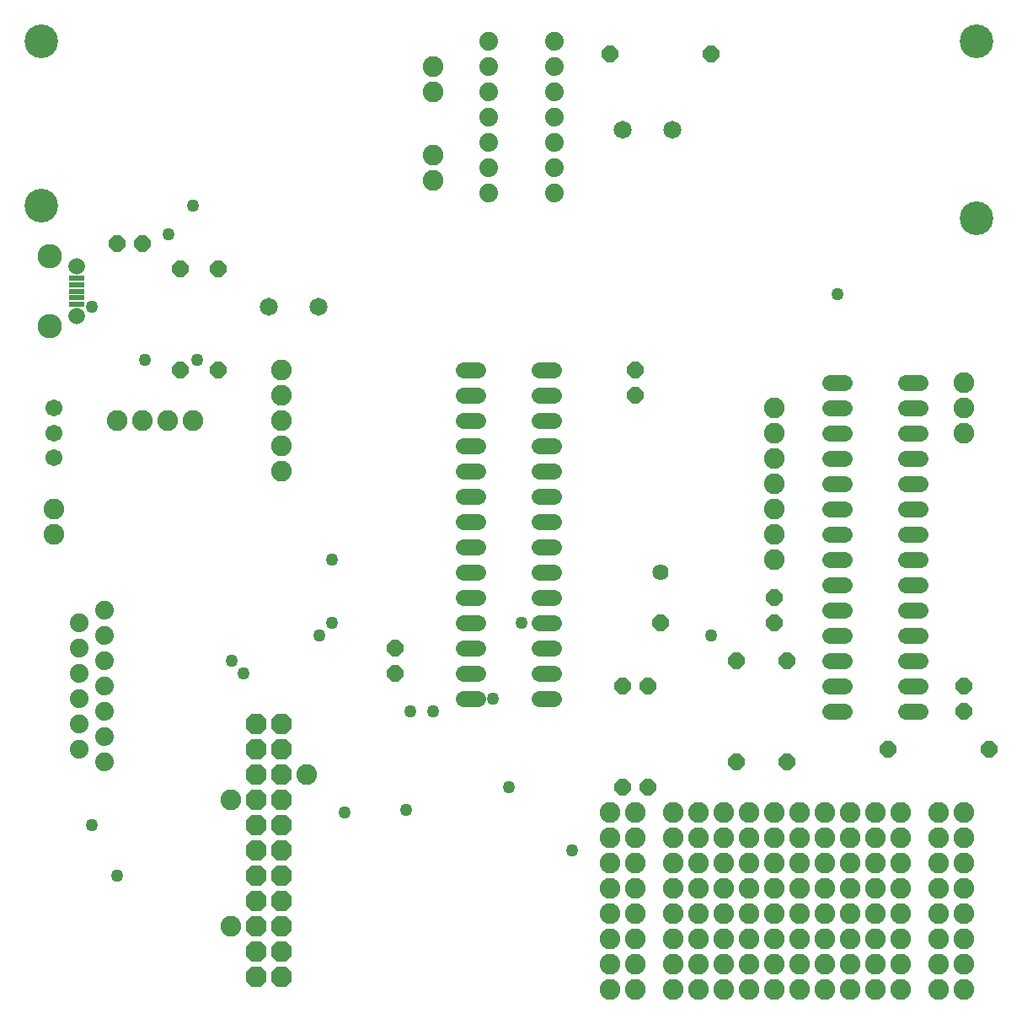
<source format=gts>
G75*
%MOIN*%
%OFA0B0*%
%FSLAX25Y25*%
%IPPOS*%
%LPD*%
%AMOC8*
5,1,8,0,0,1.08239X$1,22.5*
%
%ADD10C,0.13300*%
%ADD11C,0.06400*%
%ADD12R,0.06115X0.02375*%
%ADD13C,0.06546*%
%ADD14C,0.09658*%
%ADD15C,0.08200*%
%ADD16C,0.06743*%
%ADD17OC8,0.06400*%
%ADD18C,0.07137*%
%ADD19C,0.06400*%
%ADD20C,0.07400*%
%ADD21OC8,0.08200*%
%ADD22C,0.04965*%
D10*
X0095423Y0321800D03*
X0095423Y0386800D03*
X0465423Y0386800D03*
X0465423Y0316800D03*
D11*
X0443223Y0251800D02*
X0437623Y0251800D01*
X0437623Y0241800D02*
X0443223Y0241800D01*
X0443223Y0231800D02*
X0437623Y0231800D01*
X0437623Y0221800D02*
X0443223Y0221800D01*
X0443223Y0211800D02*
X0437623Y0211800D01*
X0437623Y0201800D02*
X0443223Y0201800D01*
X0443223Y0191800D02*
X0437623Y0191800D01*
X0437623Y0181800D02*
X0443223Y0181800D01*
X0443223Y0171800D02*
X0437623Y0171800D01*
X0437623Y0161800D02*
X0443223Y0161800D01*
X0443223Y0151800D02*
X0437623Y0151800D01*
X0437623Y0141800D02*
X0443223Y0141800D01*
X0443223Y0131800D02*
X0437623Y0131800D01*
X0437623Y0121800D02*
X0443223Y0121800D01*
X0413223Y0121800D02*
X0407623Y0121800D01*
X0407623Y0131800D02*
X0413223Y0131800D01*
X0413223Y0141800D02*
X0407623Y0141800D01*
X0407623Y0151800D02*
X0413223Y0151800D01*
X0413223Y0161800D02*
X0407623Y0161800D01*
X0407623Y0171800D02*
X0413223Y0171800D01*
X0413223Y0181800D02*
X0407623Y0181800D01*
X0407623Y0191800D02*
X0413223Y0191800D01*
X0413223Y0201800D02*
X0407623Y0201800D01*
X0407623Y0211800D02*
X0413223Y0211800D01*
X0413223Y0221800D02*
X0407623Y0221800D01*
X0407623Y0231800D02*
X0413223Y0231800D01*
X0413223Y0241800D02*
X0407623Y0241800D01*
X0407623Y0251800D02*
X0413223Y0251800D01*
X0298223Y0246800D02*
X0292623Y0246800D01*
X0292623Y0236800D02*
X0298223Y0236800D01*
X0298223Y0226800D02*
X0292623Y0226800D01*
X0292623Y0216800D02*
X0298223Y0216800D01*
X0298223Y0206800D02*
X0292623Y0206800D01*
X0292623Y0196800D02*
X0298223Y0196800D01*
X0298223Y0186800D02*
X0292623Y0186800D01*
X0292623Y0176800D02*
X0298223Y0176800D01*
X0298223Y0166800D02*
X0292623Y0166800D01*
X0292623Y0156800D02*
X0298223Y0156800D01*
X0298223Y0146800D02*
X0292623Y0146800D01*
X0292623Y0136800D02*
X0298223Y0136800D01*
X0298223Y0126800D02*
X0292623Y0126800D01*
X0268223Y0126800D02*
X0262623Y0126800D01*
X0262623Y0136800D02*
X0268223Y0136800D01*
X0268223Y0146800D02*
X0262623Y0146800D01*
X0262623Y0156800D02*
X0268223Y0156800D01*
X0268223Y0166800D02*
X0262623Y0166800D01*
X0262623Y0176800D02*
X0268223Y0176800D01*
X0268223Y0186800D02*
X0262623Y0186800D01*
X0262623Y0196800D02*
X0268223Y0196800D01*
X0268223Y0206800D02*
X0262623Y0206800D01*
X0262623Y0216800D02*
X0268223Y0216800D01*
X0268223Y0226800D02*
X0262623Y0226800D01*
X0262623Y0236800D02*
X0268223Y0236800D01*
X0268223Y0246800D02*
X0262623Y0246800D01*
X0262623Y0256800D02*
X0268223Y0256800D01*
X0292623Y0256800D02*
X0298223Y0256800D01*
D12*
X0109553Y0282682D03*
X0109553Y0285280D03*
X0109553Y0287800D03*
X0109553Y0290359D03*
X0109553Y0292918D03*
D13*
X0109553Y0297643D03*
X0109553Y0277957D03*
D14*
X0098923Y0274020D03*
X0098923Y0301580D03*
D15*
X0125423Y0236800D03*
X0135423Y0236800D03*
X0145423Y0236800D03*
X0155423Y0236800D03*
X0190423Y0236800D03*
X0190423Y0246800D03*
X0190423Y0256800D03*
X0190423Y0226800D03*
X0190423Y0216800D03*
X0100423Y0201800D03*
X0100423Y0191800D03*
X0200423Y0096800D03*
X0170423Y0086800D03*
X0170423Y0036800D03*
X0320423Y0031800D03*
X0320423Y0021800D03*
X0330423Y0021800D03*
X0330423Y0031800D03*
X0330423Y0041800D03*
X0320423Y0041800D03*
X0320423Y0051800D03*
X0330423Y0051800D03*
X0330423Y0061800D03*
X0320423Y0061800D03*
X0320423Y0071800D03*
X0320423Y0081800D03*
X0330423Y0081800D03*
X0330423Y0071800D03*
X0345423Y0071800D03*
X0345423Y0081800D03*
X0355423Y0081800D03*
X0355423Y0071800D03*
X0365423Y0071800D03*
X0365423Y0081800D03*
X0375423Y0081800D03*
X0375423Y0071800D03*
X0385423Y0071800D03*
X0385423Y0081800D03*
X0395423Y0081800D03*
X0395423Y0071800D03*
X0395423Y0061800D03*
X0385423Y0061800D03*
X0375423Y0061800D03*
X0365423Y0061800D03*
X0355423Y0061800D03*
X0345423Y0061800D03*
X0345423Y0051800D03*
X0345423Y0041800D03*
X0355423Y0041800D03*
X0355423Y0051800D03*
X0365423Y0051800D03*
X0365423Y0041800D03*
X0375423Y0041800D03*
X0375423Y0051800D03*
X0385423Y0051800D03*
X0385423Y0041800D03*
X0385423Y0031800D03*
X0375423Y0031800D03*
X0365423Y0031800D03*
X0355423Y0031800D03*
X0345423Y0031800D03*
X0345423Y0021800D03*
X0355423Y0021800D03*
X0365423Y0021800D03*
X0375423Y0021800D03*
X0385423Y0021800D03*
X0385423Y0011800D03*
X0375423Y0011800D03*
X0365423Y0011800D03*
X0355423Y0011800D03*
X0345423Y0011800D03*
X0330423Y0011800D03*
X0320423Y0011800D03*
X0395423Y0011800D03*
X0395423Y0021800D03*
X0395423Y0031800D03*
X0395423Y0041800D03*
X0395423Y0051800D03*
X0405423Y0051800D03*
X0405423Y0041800D03*
X0415423Y0041800D03*
X0415423Y0051800D03*
X0425423Y0051800D03*
X0425423Y0041800D03*
X0435423Y0041800D03*
X0435423Y0051800D03*
X0435423Y0061800D03*
X0425423Y0061800D03*
X0415423Y0061800D03*
X0405423Y0061800D03*
X0405423Y0071800D03*
X0405423Y0081800D03*
X0415423Y0081800D03*
X0415423Y0071800D03*
X0425423Y0071800D03*
X0425423Y0081800D03*
X0435423Y0081800D03*
X0435423Y0071800D03*
X0450423Y0071800D03*
X0450423Y0081800D03*
X0460423Y0081800D03*
X0460423Y0071800D03*
X0460423Y0061800D03*
X0450423Y0061800D03*
X0450423Y0051800D03*
X0450423Y0041800D03*
X0460423Y0041800D03*
X0460423Y0051800D03*
X0460423Y0031800D03*
X0450423Y0031800D03*
X0450423Y0021800D03*
X0460423Y0021800D03*
X0460423Y0011800D03*
X0450423Y0011800D03*
X0435423Y0011800D03*
X0425423Y0011800D03*
X0415423Y0011800D03*
X0405423Y0011800D03*
X0405423Y0021800D03*
X0405423Y0031800D03*
X0415423Y0031800D03*
X0415423Y0021800D03*
X0425423Y0021800D03*
X0425423Y0031800D03*
X0435423Y0031800D03*
X0435423Y0021800D03*
X0385423Y0181800D03*
X0385423Y0191800D03*
X0385423Y0201800D03*
X0385423Y0211800D03*
X0385423Y0221800D03*
X0385423Y0231800D03*
X0385423Y0241800D03*
X0460423Y0241800D03*
X0460423Y0231800D03*
X0460423Y0251800D03*
X0250423Y0331800D03*
X0250423Y0341800D03*
X0250423Y0366800D03*
X0250423Y0376800D03*
D16*
X0100423Y0241643D03*
X0100423Y0231800D03*
X0100423Y0221957D03*
D17*
X0150423Y0256800D03*
X0165423Y0256800D03*
X0165423Y0296800D03*
X0150423Y0296800D03*
X0135423Y0306800D03*
X0125423Y0306800D03*
X0235423Y0146800D03*
X0235423Y0136800D03*
X0325423Y0131800D03*
X0335423Y0131800D03*
X0340423Y0156800D03*
X0370423Y0141800D03*
X0390423Y0141800D03*
X0385423Y0156800D03*
X0385423Y0166800D03*
X0430423Y0106800D03*
X0460423Y0121800D03*
X0460423Y0131800D03*
X0470423Y0106800D03*
X0390423Y0101800D03*
X0370423Y0101800D03*
X0335423Y0091800D03*
X0325423Y0091800D03*
X0330423Y0246800D03*
X0330423Y0256800D03*
X0320423Y0381800D03*
X0360423Y0381800D03*
D18*
X0345266Y0351800D03*
X0325581Y0351800D03*
X0205266Y0281800D03*
X0185581Y0281800D03*
D19*
X0340423Y0176800D03*
D20*
X0298455Y0326800D03*
X0298455Y0336800D03*
X0298455Y0346800D03*
X0298455Y0356800D03*
X0298455Y0366800D03*
X0298455Y0376800D03*
X0298455Y0386800D03*
X0272392Y0386800D03*
X0272392Y0376800D03*
X0272392Y0366800D03*
X0272392Y0356800D03*
X0272392Y0346800D03*
X0272392Y0336800D03*
X0272392Y0326800D03*
X0120423Y0161800D03*
X0120423Y0151800D03*
X0110423Y0146800D03*
X0110423Y0136800D03*
X0120423Y0131800D03*
X0120423Y0141800D03*
X0110423Y0126800D03*
X0110423Y0116800D03*
X0120423Y0111800D03*
X0120423Y0121800D03*
X0110423Y0106800D03*
X0120423Y0101800D03*
X0110423Y0156800D03*
D21*
X0180423Y0116800D03*
X0190423Y0116800D03*
X0190423Y0106800D03*
X0180423Y0106800D03*
X0180423Y0096800D03*
X0190423Y0096800D03*
X0190423Y0086800D03*
X0180423Y0086800D03*
X0180423Y0076800D03*
X0190423Y0076800D03*
X0190423Y0066800D03*
X0180423Y0066800D03*
X0180423Y0056800D03*
X0190423Y0056800D03*
X0190423Y0046800D03*
X0180423Y0046800D03*
X0180423Y0036800D03*
X0190423Y0036800D03*
X0190423Y0026800D03*
X0180423Y0026800D03*
X0180423Y0016800D03*
X0190423Y0016800D03*
D22*
X0115423Y0076800D03*
X0125423Y0056800D03*
X0215423Y0081800D03*
X0239923Y0082800D03*
X0280423Y0091800D03*
X0305423Y0066800D03*
X0250423Y0121800D03*
X0241423Y0121800D03*
X0274180Y0126800D03*
X0285423Y0156800D03*
X0360423Y0151800D03*
X0210423Y0156711D03*
X0205423Y0151800D03*
X0175323Y0136800D03*
X0170923Y0141800D03*
X0210423Y0181800D03*
X0157080Y0260800D03*
X0136423Y0260800D03*
X0115423Y0281800D03*
X0145923Y0310300D03*
X0155423Y0321800D03*
X0410423Y0286643D03*
M02*

</source>
